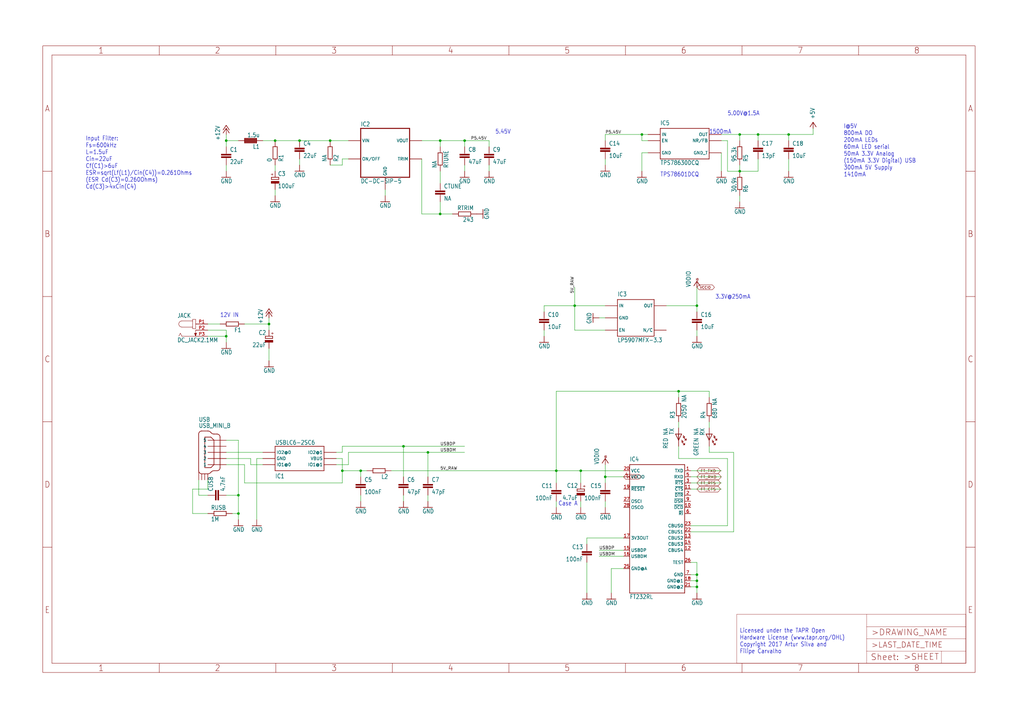
<source format=kicad_sch>
(kicad_sch (version 20211123) (generator eeschema)
  (paper "User" 425.45 299.593)
  (lib_symbols
    (symbol "harp behavior v1.2-eagle-import:+12V" (power)
      (property "Value" "+12V" (at -2.54 -5.08 90))
      (symbol "+12V_1_0"
        (pin power_in line (at 0 -2.54 90) (length 2.54) (name "+12V") (number "1"))
      )
    )
    (symbol "harp behavior v1.2-eagle-import:+5V" (power)
      (property "Value" "+5V" (at -2.54 -5.08 90))
      (symbol "+5V_1_0"
        (pin power_in line (at 0 -2.54 90) (length 2.54) (name "+5V") (number "1"))
      )
    )
    (symbol "harp behavior v1.2-eagle-import:A3L-LOC"
      (symbol "A3L-LOC_0_0"
        (text "1" (at 24.2094 1.905 0) (effects (font (size 2.54 2.286))))
        (text "1" (at 24.2094 258.445 0) (effects (font (size 2.54 2.286))))
        (text "2" (at 72.6281 1.905 0) (effects (font (size 2.54 2.286))))
        (text "2" (at 72.6281 258.445 0) (effects (font (size 2.54 2.286))))
        (text "3" (at 121.0469 1.905 0) (effects (font (size 2.54 2.286))))
        (text "3" (at 121.0469 258.445 0) (effects (font (size 2.54 2.286))))
        (text "4" (at 169.4656 1.905 0) (effects (font (size 2.54 2.286))))
        (text "4" (at 169.4656 258.445 0) (effects (font (size 2.54 2.286))))
        (text "5" (at 217.8844 1.905 0) (effects (font (size 2.54 2.286))))
        (text "5" (at 217.8844 258.445 0) (effects (font (size 2.54 2.286))))
        (text "6" (at 266.3031 1.905 0) (effects (font (size 2.54 2.286))))
        (text "6" (at 266.3031 258.445 0) (effects (font (size 2.54 2.286))))
        (text "7" (at 314.7219 1.905 0) (effects (font (size 2.54 2.286))))
        (text "7" (at 314.7219 258.445 0) (effects (font (size 2.54 2.286))))
        (text "8" (at 363.1406 1.905 0) (effects (font (size 2.54 2.286))))
        (text "8" (at 363.1406 258.445 0) (effects (font (size 2.54 2.286))))
        (text "A" (at 1.905 234.315 0) (effects (font (size 2.54 2.286))))
        (text "A" (at 385.445 234.315 0) (effects (font (size 2.54 2.286))))
        (text "B" (at 1.905 182.245 0) (effects (font (size 2.54 2.286))))
        (text "B" (at 385.445 182.245 0) (effects (font (size 2.54 2.286))))
        (text "C" (at 1.905 130.175 0) (effects (font (size 2.54 2.286))))
        (text "C" (at 385.445 130.175 0) (effects (font (size 2.54 2.286))))
        (text "D" (at 1.905 78.105 0) (effects (font (size 2.54 2.286))))
        (text "D" (at 385.445 78.105 0) (effects (font (size 2.54 2.286))))
        (text "E" (at 1.905 26.035 0) (effects (font (size 2.54 2.286))))
        (text "E" (at 385.445 26.035 0) (effects (font (size 2.54 2.286))))
      )
      (symbol "A3L-LOC_1_0"
        (text ">DRAWING_NAME" (at 344.17 15.24 0) (effects (font (size 2.54 2.54)) (justify left bottom)))
        (text ">LAST_DATE_TIME" (at 344.17 10.16 0) (effects (font (size 2.286 2.286)) (justify left bottom)))
        (text ">SHEET" (at 357.505 5.08 0) (effects (font (size 2.54 2.54)) (justify left bottom)))
        (text "Sheet:" (at 343.916 4.953 0) (effects (font (size 2.54 2.54)) (justify left bottom)))
      )
    )
    (symbol "harp behavior v1.2-eagle-import:C-EUC0402"
      (property "Reference" "C" (at 1.524 0.381 0))
      (property "Value" "C-EUC0402" (at 1.524 -4.699 0))
      (symbol "C-EUC0402_1_0"
        (pin passive line (at 0 2.54 270) (length 2.54) (name "1") (number "1"))
        (pin passive line (at 0 -5.08 90) (length 2.54) (name "2") (number "2"))
      )
    )
    (symbol "harp behavior v1.2-eagle-import:C-EUC0603"
      (property "Reference" "C" (at 1.524 0.381 0))
      (property "Value" "C-EUC0603" (at 1.524 -4.699 0))
      (symbol "C-EUC0603_1_0"
        (pin passive line (at 0 2.54 270) (length 2.54) (name "1") (number "1"))
        (pin passive line (at 0 -5.08 90) (length 2.54) (name "2") (number "2"))
      )
    )
    (symbol "harp behavior v1.2-eagle-import:C-EUC1210"
      (property "Reference" "C" (at 1.524 0.381 0))
      (property "Value" "C-EUC1210" (at 1.524 -4.699 0))
      (symbol "C-EUC1210_1_0"
        (pin passive line (at 0 2.54 270) (length 2.54) (name "1") (number "1"))
        (pin passive line (at 0 -5.08 90) (length 2.54) (name "2") (number "2"))
      )
    )
    (symbol "harp behavior v1.2-eagle-import:CAP_100UFHAND"
      (property "Value" "CAP_100UFHAND" (at 1.143 -4.5974 0))
      (symbol "CAP_100UFHAND_1_0"
        (text "+" (at -0.5842 0.4064 900) (effects (font (size 1.27 1.0795)) (justify left bottom)))
        (pin passive line (at 0 2.54 270) (length 2.54) (name "+") (number "+"))
        (pin passive line (at 0 -5.08 90) (length 2.54) (name "-") (number "-"))
      )
    )
    (symbol "harp behavior v1.2-eagle-import:CPOL-EUA{slash}3216-18W"
      (property "Reference" "C" (at 1.143 0.4826 0))
      (property "Value" "CPOL-EUA{slash}3216-18W" (at 1.143 -4.5974 0))
      (symbol "CPOL-EUA{slash}3216-18W_1_0"
        (text "+" (at -0.5842 0.4064 900) (effects (font (size 1.27 1.0795)) (justify left bottom)))
        (pin passive line (at 0 2.54 270) (length 2.54) (name "+") (number "+"))
        (pin passive line (at 0 -5.08 90) (length 2.54) (name "-") (number "-"))
      )
    )
    (symbol "harp behavior v1.2-eagle-import:CPOL-EUE"
      (property "Reference" "C" (at 1.143 0.4826 0))
      (property "Value" "CPOL-EUE" (at 1.143 -4.5974 0))
      (symbol "CPOL-EUE_1_0"
        (text "+" (at -0.5842 0.4064 900) (effects (font (size 1.27 1.0795)) (justify left bottom)))
        (pin passive line (at 0 2.54 270) (length 2.54) (name "+") (number "+"))
        (pin passive line (at 0 -5.08 90) (length 2.54) (name "-") (number "-"))
      )
    )
    (symbol "harp behavior v1.2-eagle-import:DC-DC-SIP-5"
      (property "Value" "DC-DC-SIP-5" (at -10.16 -12.7 0))
      (symbol "DC-DC-SIP-5_1_0"
        (pin passive line (at -15.24 -2.54 0) (length 5.08) (name "ON/OFF") (number "P1"))
        (pin passive line (at -15.24 5.08 0) (length 5.08) (name "VIN") (number "P2"))
        (pin passive line (at 0 -15.24 90) (length 5.08) (name "GND") (number "P3"))
        (pin passive line (at 15.24 5.08 180) (length 5.08) (name "VOUT") (number "P4"))
        (pin passive line (at 15.24 -2.54 180) (length 5.08) (name "TRIM") (number "P5"))
      )
    )
    (symbol "harp behavior v1.2-eagle-import:DC_JACK2.1MM"
      (property "Value" "DC_JACK2.1MM" (at -5.08 -7.62 0))
      (symbol "DC_JACK2.1MM_1_0"
        (pin passive line (at 7.62 0 180) (length 5.08) (name "1") (number "P1"))
        (pin passive line (at 7.62 -2.54 180) (length 5.08) (name "2") (number "P2"))
        (pin passive line (at 7.62 -5.08 180) (length 5.08) (name "3") (number "P3"))
      )
    )
    (symbol "harp behavior v1.2-eagle-import:FT232RL"
      (property "Reference" "IC" (at -10.16 26.67 0))
      (property "Value" "FT232RL" (at -10.16 -30.48 0))
      (symbol "FT232RL_1_0"
        (pin output line (at 15.24 22.86 180) (length 2.54) (name "TXD") (number "1"))
        (pin input line (at 15.24 7.62 180) (length 2.54) (name "~{DCD}") (number "10"))
        (pin input line (at 15.24 15.24 180) (length 2.54) (name "~{CTS}") (number "11"))
        (pin bidirectional line (at 15.24 -10.16 180) (length 2.54) (name "CBUS4") (number "12"))
        (pin bidirectional line (at 15.24 -5.08 180) (length 2.54) (name "CBUS2") (number "13"))
        (pin bidirectional line (at 15.24 -7.62 180) (length 2.54) (name "CBUS3") (number "14"))
        (pin bidirectional line (at -12.7 -10.16 0) (length 2.54) (name "USBDP") (number "15"))
        (pin bidirectional line (at -12.7 -12.7 0) (length 2.54) (name "USBDM") (number "16"))
        (pin output line (at -12.7 -5.08 0) (length 2.54) (name "3V3OUT") (number "17"))
        (pin power_in line (at 15.24 -22.86 180) (length 2.54) (name "GND@1") (number "18"))
        (pin input line (at -12.7 15.24 0) (length 2.54) (name "~{RESET}") (number "19"))
        (pin output line (at 15.24 12.7 180) (length 2.54) (name "~{DTR}") (number "2"))
        (pin power_in line (at -12.7 22.86 0) (length 2.54) (name "VCC") (number "20"))
        (pin power_in line (at 15.24 -25.4 180) (length 2.54) (name "GND@2") (number "21"))
        (pin bidirectional line (at 15.24 -2.54 180) (length 2.54) (name "CBUS1") (number "22"))
        (pin bidirectional line (at 15.24 0 180) (length 2.54) (name "CBUS0") (number "23"))
        (pin power_in line (at -12.7 -17.78 0) (length 2.54) (name "GND@A") (number "25"))
        (pin input line (at 15.24 -15.24 180) (length 2.54) (name "TEST") (number "26"))
        (pin input line (at -12.7 10.16 0) (length 2.54) (name "OSCI") (number "27"))
        (pin output line (at -12.7 7.62 0) (length 2.54) (name "OSCO") (number "28"))
        (pin output line (at 15.24 17.78 180) (length 2.54) (name "~{RTS}") (number "3"))
        (pin power_in line (at -12.7 20.32 0) (length 2.54) (name "VCCIO") (number "4"))
        (pin input line (at 15.24 20.32 180) (length 2.54) (name "RXD") (number "5"))
        (pin input line (at 15.24 5.08 180) (length 2.54) (name "~{RI}") (number "6"))
        (pin power_in line (at 15.24 -20.32 180) (length 2.54) (name "GND") (number "7"))
        (pin input line (at 15.24 10.16 180) (length 2.54) (name "~{DSR}") (number "9"))
      )
    )
    (symbol "harp behavior v1.2-eagle-import:GND" (power)
      (property "Value" "GND" (at -2.54 -2.54 0))
      (symbol "GND_1_0"
        (pin power_in line (at 0 2.54 270) (length 2.54) (name "GND") (number "1"))
      )
    )
    (symbol "harp behavior v1.2-eagle-import:INDLPS4012"
      (property "Reference" "L" (at -1.4986 -3.81 90))
      (property "Value" "INDLPS4012" (at 3.302 -3.81 90))
      (symbol "INDLPS4012_1_0"
        (pin passive line (at 0 5.08 270) (length 2.54) (name "1") (number "1"))
        (pin passive line (at 0 -5.08 90) (length 2.54) (name "2") (number "2"))
      )
    )
    (symbol "harp behavior v1.2-eagle-import:LEDHAND"
      (property "Value" "LEDHAND" (at -2.54 -6.35 0))
      (symbol "LEDHAND_1_0"
        (pin bidirectional line (at -2.54 0 0) (length 5.08) (name "A") (number "A"))
        (pin bidirectional line (at 5.08 0 180) (length 5.08) (name "K") (number "K"))
      )
    )
    (symbol "harp behavior v1.2-eagle-import:R-EU_R0402"
      (property "Reference" "R" (at -3.81 1.4986 0))
      (property "Value" "R-EU_R0402" (at -3.81 -3.302 0))
      (symbol "R-EU_R0402_1_0"
        (pin passive line (at -5.08 0 0) (length 2.54) (name "1") (number "1"))
        (pin passive line (at 5.08 0 180) (length 2.54) (name "2") (number "2"))
      )
    )
    (symbol "harp behavior v1.2-eagle-import:R-EU_R0603"
      (property "Reference" "R" (at -3.81 1.4986 0))
      (property "Value" "R-EU_R0603" (at -3.81 -3.302 0))
      (symbol "R-EU_R0603_1_0"
        (pin passive line (at -5.08 0 0) (length 2.54) (name "1") (number "1"))
        (pin passive line (at 5.08 0 180) (length 2.54) (name "2") (number "2"))
      )
    )
    (symbol "harp behavior v1.2-eagle-import:R-EU_R0805"
      (property "Reference" "R" (at -3.81 1.4986 0))
      (property "Value" "R-EU_R0805" (at -3.81 -3.302 0))
      (symbol "R-EU_R0805_1_0"
        (pin passive line (at -5.08 0 0) (length 2.54) (name "1") (number "1"))
        (pin passive line (at 5.08 0 180) (length 2.54) (name "2") (number "2"))
      )
    )
    (symbol "harp behavior v1.2-eagle-import:TLV700XX"
      (property "Value" "TLV700XX" (at -7.62 -10.16 0))
      (symbol "TLV700XX_1_0"
        (pin bidirectional line (at -12.7 5.08 0) (length 5.08) (name "IN") (number "1"))
        (pin bidirectional line (at -12.7 0 0) (length 5.08) (name "GND") (number "2"))
        (pin bidirectional line (at -12.7 -5.08 0) (length 5.08) (name "EN") (number "3"))
        (pin bidirectional line (at 12.7 -5.08 180) (length 5.08) (name "N/C") (number "4"))
        (pin bidirectional line (at 12.7 5.08 180) (length 5.08) (name "OUT") (number "5"))
      )
    )
    (symbol "harp behavior v1.2-eagle-import:TPS795XX"
      (property "Value" "TPS795XX" (at -10.16 -10.16 0))
      (symbol "TPS795XX_1_0"
        (pin bidirectional line (at -15.24 0 0) (length 5.08) (name "EN") (number "P$1"))
        (pin bidirectional line (at -15.24 2.54 0) (length 5.08) (name "IN") (number "P$2"))
        (pin bidirectional line (at -15.24 -5.08 0) (length 5.08) (name "GND") (number "P$3"))
        (pin bidirectional line (at 15.24 2.54 180) (length 5.08) (name "OUT") (number "P$4"))
        (pin bidirectional line (at 15.24 0 180) (length 5.08) (name "NR/FB") (number "P$5"))
        (pin bidirectional line (at 15.24 -5.08 180) (length 5.08) (name "GND_T") (number "P$6"))
      )
    )
    (symbol "harp behavior v1.2-eagle-import:USBLC6-2"
      (property "Value" "USBLC6-2" (at -10.16 -5.08 0))
      (symbol "USBLC6-2_1_0"
        (pin bidirectional line (at -15.24 5.08 0) (length 5.08) (name "IO1@0") (number "P$1"))
        (pin bidirectional line (at -15.24 2.54 0) (length 5.08) (name "GND") (number "P$2"))
        (pin bidirectional line (at -15.24 0 0) (length 5.08) (name "IO2@0") (number "P$3"))
        (pin bidirectional line (at 15.24 0 180) (length 5.08) (name "IO2@1") (number "P$4"))
        (pin bidirectional line (at 15.24 2.54 180) (length 5.08) (name "VBUS") (number "P$5"))
        (pin bidirectional line (at 15.24 5.08 180) (length 5.08) (name "IO1@1") (number "P$6"))
      )
    )
    (symbol "harp behavior v1.2-eagle-import:USB_MINI_B"
      (property "Value" "USB_MINI_B" (at -3.81 10.16 0))
      (symbol "USB_MINI_B_1_0"
        (pin bidirectional line (at 7.62 -5.08 180) (length 7.62) (name "1") (number "P$1"))
        (pin bidirectional line (at 7.62 -2.54 180) (length 7.62) (name "2") (number "P$2"))
        (pin bidirectional line (at 7.62 0 180) (length 7.62) (name "3") (number "P$3"))
        (pin bidirectional line (at 7.62 2.54 180) (length 7.62) (name "4") (number "P$4"))
        (pin bidirectional line (at 7.62 5.08 180) (length 7.62) (name "5") (number "P$5"))
        (pin bidirectional line (at 0 -11.43 90) (length 2.54) (name "P$1") (number "SHIELD_1"))
        (pin bidirectional line (at -1.27 -11.43 90) (length 2.54) (name "P$2") (number "SHIELD_2"))
        (pin bidirectional line (at -2.54 -11.43 90) (length 2.54) (name "P$3") (number "SHIELD_3"))
        (pin bidirectional line (at -3.81 -11.43 90) (length 5.08) (name "P$4") (number "SHIELD_4"))
      )
    )
    (symbol "harp behavior v1.2-eagle-import:VCCIO" (power)
      (property "Value" "VCCIO" (at -2.54 -2.54 90))
      (symbol "VCCIO_1_0"
        (text "IO" (at -0.508 0.254 0) (effects (font (size 0.8128 0.6908)) (justify left bottom)))
        (pin power_in line (at 0 -2.54 90) (length 2.54) (name "VCCIO") (number "1"))
      )
    )
  )
  (junction (at 289.56 241.3))
  (junction (at 251.46 198.12))
  (junction (at 111.76 134.62))
  (junction (at 289.56 238.76))
  (junction (at 167.64 185.42))
  (junction (at 142.24 195.58))
  (junction (at 124.46 58.42))
  (junction (at 289.56 243.84))
  (junction (at 99.06 205.74))
  (junction (at 193.04 58.42))
  (junction (at 307.34 71.12))
  (junction (at 149.86 195.58))
  (junction (at 182.88 58.42))
  (junction (at 137.16 58.42))
  (junction (at 238.76 127))
  (junction (at 93.98 58.42))
  (junction (at 266.7 55.88))
  (junction (at 327.66 55.88))
  (junction (at 114.3 58.42))
  (junction (at 307.34 55.88))
  (junction (at 281.94 162.56))
  (junction (at 93.98 139.7))
  (junction (at 99.06 213.36))
  (junction (at 177.8 187.96))
  (junction (at 241.3 195.58))
  (junction (at 182.88 88.9))
  (junction (at 314.96 55.88))
  (junction (at 289.56 127))
  (junction (at 231.14 195.58))
  (wire (pts (xy 149.86 198.12) (xy 149.86 195.58)))
  (wire (pts (xy 104.14 190.5) (xy 104.14 193.04)))
  (wire (pts (xy 287.02 233.68) (xy 289.56 233.68)))
  (wire (pts (xy 299.72 63.5) (xy 299.72 71.12)))
  (wire (pts (xy 139.7 190.5) (xy 142.24 190.5)))
  (wire (pts (xy 307.34 55.88) (xy 314.96 55.88)))
  (wire (pts (xy 259.08 198.12) (xy 251.46 198.12)))
  (wire (pts (xy 175.26 88.9) (xy 175.26 66.04)))
  (wire (pts (xy 287.02 241.3) (xy 289.56 241.3)))
  (wire (pts (xy 269.24 55.88) (xy 266.7 55.88)))
  (wire (pts (xy 106.68 190.5) (xy 106.68 215.9)))
  (wire (pts (xy 307.34 68.58) (xy 307.34 71.12)))
  (wire (pts (xy 294.64 185.42) (xy 294.64 187.96)))
  (wire (pts (xy 314.96 58.42) (xy 314.96 55.88)))
  (wire (pts (xy 266.7 58.42) (xy 266.7 55.88)))
  (wire (pts (xy 114.3 71.12) (xy 114.3 68.58)))
  (wire (pts (xy 93.98 205.74) (xy 99.06 205.74)))
  (wire (pts (xy 96.52 213.36) (xy 99.06 213.36)))
  (wire (pts (xy 86.36 213.36) (xy 80.01 213.36)))
  (wire (pts (xy 337.82 55.88) (xy 337.82 53.34)))
  (wire (pts (xy 307.34 58.42) (xy 307.34 55.88)))
  (wire (pts (xy 93.98 137.16) (xy 93.98 139.7)))
  (wire (pts (xy 259.08 195.58) (xy 241.3 195.58)))
  (wire (pts (xy 287.02 200.66) (xy 299.72 200.66)))
  (wire (pts (xy 93.98 139.7) (xy 86.36 139.7)))
  (wire (pts (xy 251.46 137.16) (xy 238.76 137.16)))
  (wire (pts (xy 93.98 190.5) (xy 104.14 190.5)))
  (wire (pts (xy 289.56 238.76) (xy 289.56 241.3)))
  (wire (pts (xy 182.88 76.2) (xy 182.88 71.12)))
  (wire (pts (xy 177.8 187.96) (xy 193.04 187.96)))
  (wire (pts (xy 289.56 243.84) (xy 289.56 246.38)))
  (wire (pts (xy 287.02 243.84) (xy 289.56 243.84)))
  (wire (pts (xy 193.04 68.58) (xy 193.04 71.12)))
  (wire (pts (xy 144.78 187.96) (xy 144.78 193.04)))
  (wire (pts (xy 287.02 195.58) (xy 299.72 195.58)))
  (wire (pts (xy 266.7 63.5) (xy 266.7 71.12)))
  (wire (pts (xy 251.46 66.04) (xy 251.46 68.58)))
  (wire (pts (xy 304.8 220.98) (xy 287.02 220.98)))
  (wire (pts (xy 294.64 162.56) (xy 294.64 165.1)))
  (wire (pts (xy 82.55 205.74) (xy 82.55 199.39)))
  (wire (pts (xy 137.16 58.42) (xy 124.46 58.42)))
  (wire (pts (xy 302.26 218.44) (xy 287.02 218.44)))
  (wire (pts (xy 299.72 55.88) (xy 307.34 55.88)))
  (wire (pts (xy 149.86 205.74) (xy 149.86 208.28)))
  (wire (pts (xy 266.7 63.5) (xy 269.24 63.5)))
  (wire (pts (xy 203.2 60.96) (xy 203.2 58.42)))
  (wire (pts (xy 86.36 137.16) (xy 93.98 137.16)))
  (wire (pts (xy 238.76 137.16) (xy 238.76 127)))
  (wire (pts (xy 109.22 187.96) (xy 93.98 187.96)))
  (wire (pts (xy 142.24 195.58) (xy 149.86 195.58)))
  (wire (pts (xy 177.8 187.96) (xy 177.8 198.12)))
  (wire (pts (xy 182.88 60.96) (xy 182.88 58.42)))
  (wire (pts (xy 142.24 68.58) (xy 137.16 68.58)))
  (wire (pts (xy 259.08 236.22) (xy 254 236.22)))
  (wire (pts (xy 241.3 195.58) (xy 231.14 195.58)))
  (wire (pts (xy 302.26 190.5) (xy 302.26 218.44)))
  (wire (pts (xy 243.84 223.52) (xy 243.84 226.06)))
  (wire (pts (xy 259.08 231.14) (xy 248.92 231.14)))
  (wire (pts (xy 243.84 233.68) (xy 243.84 246.38)))
  (wire (pts (xy 289.56 119.38) (xy 289.56 127)))
  (wire (pts (xy 93.98 68.58) (xy 93.98 71.12)))
  (wire (pts (xy 142.24 200.66) (xy 142.24 195.58)))
  (wire (pts (xy 289.56 241.3) (xy 289.56 243.84)))
  (wire (pts (xy 93.98 60.96) (xy 93.98 58.42)))
  (wire (pts (xy 226.06 127) (xy 238.76 127)))
  (wire (pts (xy 99.06 213.36) (xy 99.06 215.9)))
  (wire (pts (xy 86.36 134.62) (xy 91.44 134.62)))
  (wire (pts (xy 111.76 144.78) (xy 111.76 149.86)))
  (wire (pts (xy 187.96 88.9) (xy 182.88 88.9)))
  (wire (pts (xy 167.64 185.42) (xy 167.64 198.12)))
  (wire (pts (xy 124.46 58.42) (xy 114.3 58.42)))
  (wire (pts (xy 144.78 66.04) (xy 142.24 66.04)))
  (wire (pts (xy 259.08 223.52) (xy 243.84 223.52)))
  (wire (pts (xy 193.04 58.42) (xy 203.2 58.42)))
  (wire (pts (xy 231.14 200.66) (xy 231.14 195.58)))
  (wire (pts (xy 259.08 228.6) (xy 248.92 228.6)))
  (wire (pts (xy 304.8 187.96) (xy 304.8 220.98)))
  (wire (pts (xy 93.98 58.42) (xy 93.98 55.88)))
  (wire (pts (xy 287.02 198.12) (xy 299.72 198.12)))
  (wire (pts (xy 142.24 66.04) (xy 142.24 68.58)))
  (wire (pts (xy 226.06 129.54) (xy 226.06 127)))
  (wire (pts (xy 177.8 205.74) (xy 177.8 208.28)))
  (wire (pts (xy 231.14 208.28) (xy 231.14 210.82)))
  (wire (pts (xy 80.01 203.2) (xy 86.36 203.2)))
  (wire (pts (xy 251.46 132.08) (xy 248.92 132.08)))
  (wire (pts (xy 203.2 68.58) (xy 203.2 71.12)))
  (wire (pts (xy 139.7 187.96) (xy 142.24 187.96)))
  (wire (pts (xy 111.76 134.62) (xy 111.76 132.08)))
  (wire (pts (xy 314.96 55.88) (xy 327.66 55.88)))
  (wire (pts (xy 142.24 185.42) (xy 167.64 185.42)))
  (wire (pts (xy 149.86 195.58) (xy 152.4 195.58)))
  (wire (pts (xy 307.34 71.12) (xy 314.96 71.12)))
  (wire (pts (xy 281.94 185.42) (xy 281.94 190.5)))
  (wire (pts (xy 251.46 210.82) (xy 251.46 208.28)))
  (wire (pts (xy 93.98 193.04) (xy 101.6 193.04)))
  (wire (pts (xy 238.76 119.38) (xy 238.76 127)))
  (wire (pts (xy 281.94 165.1) (xy 281.94 162.56)))
  (wire (pts (xy 93.98 182.88) (xy 99.06 182.88)))
  (wire (pts (xy 269.24 58.42) (xy 266.7 58.42)))
  (wire (pts (xy 86.36 203.2) (xy 86.36 199.39)))
  (wire (pts (xy 226.06 137.16) (xy 226.06 139.7)))
  (wire (pts (xy 93.98 139.7) (xy 93.98 142.24)))
  (wire (pts (xy 287.02 238.76) (xy 289.56 238.76)))
  (wire (pts (xy 251.46 198.12) (xy 251.46 193.04)))
  (wire (pts (xy 182.88 58.42) (xy 193.04 58.42)))
  (wire (pts (xy 144.78 58.42) (xy 137.16 58.42)))
  (wire (pts (xy 111.76 137.16) (xy 111.76 134.62)))
  (wire (pts (xy 231.14 195.58) (xy 231.14 162.56)))
  (wire (pts (xy 289.56 137.16) (xy 289.56 139.7)))
  (wire (pts (xy 281.94 162.56) (xy 294.64 162.56)))
  (wire (pts (xy 251.46 200.66) (xy 251.46 198.12)))
  (wire (pts (xy 281.94 190.5) (xy 302.26 190.5)))
  (wire (pts (xy 307.34 81.28) (xy 307.34 83.82)))
  (wire (pts (xy 231.14 162.56) (xy 281.94 162.56)))
  (wire (pts (xy 160.02 78.74) (xy 160.02 81.28)))
  (wire (pts (xy 114.3 58.42) (xy 109.22 58.42)))
  (wire (pts (xy 167.64 205.74) (xy 167.64 208.28)))
  (wire (pts (xy 144.78 187.96) (xy 177.8 187.96)))
  (wire (pts (xy 327.66 55.88) (xy 337.82 55.88)))
  (wire (pts (xy 193.04 58.42) (xy 193.04 60.96)))
  (wire (pts (xy 124.46 68.58) (xy 124.46 66.04)))
  (wire (pts (xy 175.26 58.42) (xy 182.88 58.42)))
  (wire (pts (xy 99.06 205.74) (xy 99.06 213.36)))
  (wire (pts (xy 101.6 200.66) (xy 142.24 200.66)))
  (wire (pts (xy 251.46 58.42) (xy 251.46 55.88)))
  (wire (pts (xy 302.26 71.12) (xy 307.34 71.12)))
  (wire (pts (xy 104.14 193.04) (xy 109.22 193.04)))
  (wire (pts (xy 142.24 190.5) (xy 142.24 195.58)))
  (wire (pts (xy 276.86 127) (xy 289.56 127)))
  (wire (pts (xy 254 236.22) (xy 254 246.38)))
  (wire (pts (xy 86.36 205.74) (xy 82.55 205.74)))
  (wire (pts (xy 142.24 187.96) (xy 142.24 185.42)))
  (wire (pts (xy 241.3 200.66) (xy 241.3 195.58)))
  (wire (pts (xy 167.64 185.42) (xy 193.04 185.42)))
  (wire (pts (xy 182.88 83.82) (xy 182.88 88.9)))
  (wire (pts (xy 289.56 233.68) (xy 289.56 238.76)))
  (wire (pts (xy 241.3 208.28) (xy 241.3 210.82)))
  (wire (pts (xy 294.64 187.96) (xy 304.8 187.96)))
  (wire (pts (xy 314.96 71.12) (xy 314.96 66.04)))
  (wire (pts (xy 162.56 195.58) (xy 231.14 195.58)))
  (wire (pts (xy 299.72 58.42) (xy 302.26 58.42)))
  (wire (pts (xy 101.6 134.62) (xy 111.76 134.62)))
  (wire (pts (xy 302.26 58.42) (xy 302.26 71.12)))
  (wire (pts (xy 99.06 182.88) (xy 99.06 205.74)))
  (wire (pts (xy 327.66 66.04) (xy 327.66 71.12)))
  (wire (pts (xy 109.22 190.5) (xy 106.68 190.5)))
  (wire (pts (xy 327.66 55.88) (xy 327.66 58.42)))
  (wire (pts (xy 139.7 193.04) (xy 144.78 193.04)))
  (wire (pts (xy 266.7 55.88) (xy 251.46 55.88)))
  (wire (pts (xy 80.01 213.36) (xy 80.01 203.2)))
  (wire (pts (xy 175.26 88.9) (xy 182.88 88.9)))
  (wire (pts (xy 114.3 81.28) (xy 114.3 78.74)))
  (wire (pts (xy 289.56 127) (xy 289.56 129.54)))
  (wire (pts (xy 101.6 193.04) (xy 101.6 200.66)))
  (wire (pts (xy 281.94 175.26) (xy 281.94 177.8)))
  (wire (pts (xy 93.98 58.42) (xy 99.06 58.42)))
  (wire (pts (xy 251.46 127) (xy 238.76 127)))
  (wire (pts (xy 287.02 203.2) (xy 299.72 203.2)))
  (wire (pts (xy 294.64 175.26) (xy 294.64 177.8)))
  (text "Case A" (at 240.03 208.28 180) (effects (font (size 1.778 1.5113)) (justify right top)))
  (text "TPS78601DCQ" (at 274.32 73.66 180) (effects (font (size 1.778 1.5113)) (justify left bottom)))
  (text "I@5V\n800mA DO\n200mA LEDs\n60mA LED serial\n50mA 3.3V Analog\n(150mA 3.3V Digital) USB\n300mA 5V Supply\n1410mA" (at 350.52 73.66 0) (effects (font (size 1.778 1.5113)) (justify left bottom)))
  (text "5.45V" (at 205.74 55.88 180) (effects (font (size 1.778 1.5113)) (justify left bottom)))
  (text "3.3V@250mA" (at 297.18 124.46 180) (effects (font (size 1.778 1.5113)) (justify left bottom)))
  (text "Input Filter:\nFs=600kHz\nL=1.5uF\nCin=22uF\nCf(C1)>6uF\nESR=sqrt(Lf(L1)/Cin(C4))=0.261Ohms\n(ESR Cd(C3)=0.260Ohms)\nCd(C3)>4xCin(C4)" (at 35.56 78.74 0) (effects (font (size 1.778 1.5113)) (justify left bottom)))
  (text "12V IN" (at 91.44 132.08 180) (effects (font (size 1.778 1.5113)) (justify left bottom)))
  (text "1500mA" (at 294.64 55.88 180) (effects (font (size 1.778 1.5113)) (justify left bottom)))
  (text "Licensed under the TAPR Open\nHardware License (www.tapr.org/OHL)\nCopyright 2017 Artur Silva and\nFilipe Carvalho" (at 307.34 271.78 0) (effects (font (size 1.778 1.5113)) (justify left bottom)))
  (text "5.00V@1.5A" (at 302.26 48.26 180) (effects (font (size 1.778 1.5113)) (justify left bottom)))
  (label "USBDM" (at 182.88 187.96 0) (effects (font (size 1.2446 1.2446))))
  (label "P5.45V" (at 251.46 55.88 0) (effects (font (size 1.2446 1.2446))))
  (label "5V_RAW" (at 182.88 195.58 0) (effects (font (size 1.2446 1.2446))))
  (label "P5.45V" (at 195.58 58.42 0) (effects (font (size 1.2446 1.2446))))
  (label "USBDM" (at 248.92 231.14 0) (effects (font (size 1.2446 1.2446))))
  (label "5V_RAW" (at 238.76 121.92 90) (effects (font (size 1.2446 1.2446))))
  (label "USBDP" (at 182.88 185.42 0) (effects (font (size 1.2446 1.2446))))
  (label "USBDP" (at 248.92 228.6 0) (effects (font (size 1.2446 1.2446))))
  (global_label "FT_CTS" (shape bidirectional) (at 289.56 203.2 0) (effects (font (size 1.2446 1.2446))) (property "Intersheet References" "${INTERSHEET_REFS}" (effects hide)))
  (global_label "FT_RTS" (shape bidirectional) (at 289.56 200.66 0) (effects (font (size 1.2446 1.2446))) (property "Intersheet References" "${INTERSHEET_REFS}" (effects hide)))
  (global_label "VCCIO" (shape bidirectional) (at 289.56 119.38 0) (effects (font (size 1.016 1.016))) (property "Intersheet References" "${INTERSHEET_REFS}" (effects hide)))
  (global_label "FT_RXD" (shape bidirectional) (at 289.56 198.12 0) (effects (font (size 1.2446 1.2446))) (property "Intersheet References" "${INTERSHEET_REFS}" (effects hide)))
  (global_label "FT_TXD" (shape bidirectional) (at 289.56 195.58 0) (effects (font (size 1.2446 1.2446))) (property "Intersheet References" "${INTERSHEET_REFS}" (effects hide)))
  (global_label "VCCIO" (shape bidirectional) (at 259.08 198.12 0) (effects (font (size 1.016 1.016))) (property "Intersheet References" "${INTERSHEET_REFS}" (effects hide)))
  (symbol (lib_id "harp behavior v1.2-eagle-import:GND") (at 193.04 73.66 0) (mirror y)
    (property "Reference" "#GND49" (effects hide))
    (property "Value" "GND" (at 195.58 76.2 0) (effects (font (size 1.778 1.5113)) (justify left bottom)))
    (property "Footprint" "harp behavior v1.2:" (effects hide))
  )
  (symbol (lib_id "harp behavior v1.2-eagle-import:C-EUC0402") (at 182.88 78.74 0)
    (property "Reference" "CTUNE" (at 184.404 78.359 0) (effects (font (size 1.778 1.5113)) (justify left bottom)))
    (property "Value" "NA" (at 184.404 83.439 0) (effects (font (size 1.778 1.5113)) (justify left bottom)))
    (property "Footprint" "harp behavior v1.2:C0402" (effects hide))
  )
  (symbol (lib_id "harp behavior v1.2-eagle-import:R-EU_R0603") (at 96.52 134.62 180)
    (property "Reference" "F1" (at 100.33 136.1186 0) (effects (font (size 1.778 1.5113)) (justify left bottom)))
    (property "Value" "1A FB" (effects hide))
    (property "Footprint" "harp behavior v1.2:R0603" (effects hide))
  )
  (symbol (lib_id "harp behavior v1.2-eagle-import:C-EUC1210") (at 124.46 60.96 0)
    (property "Reference" "C4" (at 125.984 60.579 0) (effects (font (size 1.778 1.5113)) (justify left bottom)))
    (property "Value" "22uF" (at 125.984 65.659 0) (effects (font (size 1.778 1.5113)) (justify left bottom)))
    (property "Footprint" "harp behavior v1.2:C1210" (effects hide))
  )
  (symbol (lib_id "harp behavior v1.2-eagle-import:VCCIO") (at 251.46 190.5 0)
    (property "Reference" "#VCC12" (effects hide))
    (property "Value" "VDDIO" (at 248.92 193.04 90) (effects (font (size 1.778 1.5113)) (justify left bottom)))
    (property "Footprint" "harp behavior v1.2:" (effects hide))
  )
  (symbol (lib_id "harp behavior v1.2-eagle-import:C-EUC0402") (at 314.96 60.96 0)
    (property "Reference" "C17" (at 316.484 60.579 0) (effects (font (size 1.778 1.5113)) (justify left bottom)))
    (property "Value" "13pF" (at 316.484 65.659 0) (effects (font (size 1.778 1.5113)) (justify left bottom)))
    (property "Footprint" "harp behavior v1.2:C0402" (effects hide))
  )
  (symbol (lib_id "harp behavior v1.2-eagle-import:C-EUC0603") (at 327.66 60.96 0)
    (property "Reference" "C18" (at 329.184 60.579 0) (effects (font (size 1.778 1.5113)) (justify left bottom)))
    (property "Value" "10uF" (at 329.184 65.659 0) (effects (font (size 1.778 1.5113)) (justify left bottom)))
    (property "Footprint" "harp behavior v1.2:C0603" (effects hide))
  )
  (symbol (lib_id "harp behavior v1.2-eagle-import:GND") (at 106.68 218.44 0) (mirror y)
    (property "Reference" "#GND37" (effects hide))
    (property "Value" "GND" (at 109.22 220.98 0) (effects (font (size 1.778 1.5113)) (justify left bottom)))
    (property "Footprint" "harp behavior v1.2:" (effects hide))
  )
  (symbol (lib_id "harp behavior v1.2-eagle-import:GND") (at 124.46 71.12 0) (mirror y)
    (property "Reference" "#GND70" (effects hide))
    (property "Value" "GND" (at 127 73.66 0) (effects (font (size 1.778 1.5113)) (justify left bottom)))
    (property "Footprint" "harp behavior v1.2:" (effects hide))
  )
  (symbol (lib_id "harp behavior v1.2-eagle-import:GND") (at 251.46 71.12 0) (mirror y)
    (property "Reference" "#GND92" (effects hide))
    (property "Value" "GND" (at 254 73.66 0) (effects (font (size 1.778 1.5113)) (justify left bottom)))
    (property "Footprint" "harp behavior v1.2:" (effects hide))
  )
  (symbol (lib_id "harp behavior v1.2-eagle-import:R-EU_R0402") (at 114.3 63.5 270) (mirror x)
    (property "Reference" "R1" (at 115.7986 67.31 0) (effects (font (size 1.778 1.5113)) (justify left bottom)))
    (property "Value" "0" (at 110.998 67.31 0) (effects (font (size 1.778 1.5113)) (justify left bottom)))
    (property "Footprint" "harp behavior v1.2:R0402" (effects hide))
  )
  (symbol (lib_id "harp behavior v1.2-eagle-import:C-EUC0402") (at 149.86 200.66 0)
    (property "Reference" "C5" (at 151.384 200.279 0) (effects (font (size 1.778 1.5113)) (justify left bottom)))
    (property "Value" "100nF" (at 151.384 205.359 0) (effects (font (size 1.778 1.5113)) (justify left bottom)))
    (property "Footprint" "harp behavior v1.2:C0402" (effects hide))
  )
  (symbol (lib_id "harp behavior v1.2-eagle-import:USB_MINI_B") (at 86.36 187.96 0)
    (property "Reference" "USB" (at 82.55 175.26 0) (effects (font (size 1.778 1.5113)) (justify left bottom)))
    (property "Value" "USB_MINI_B" (at 82.55 177.8 0) (effects (font (size 1.778 1.5113)) (justify left bottom)))
    (property "Footprint" "harp behavior v1.2:240-0002-1" (effects hide))
  )
  (symbol (lib_id "harp behavior v1.2-eagle-import:GND") (at 177.8 210.82 0) (mirror y)
    (property "Reference" "#GND40" (effects hide))
    (property "Value" "GND" (at 180.34 213.36 0) (effects (font (size 1.778 1.5113)) (justify left bottom)))
    (property "Footprint" "harp behavior v1.2:" (effects hide))
  )
  (symbol (lib_id "harp behavior v1.2-eagle-import:GND") (at 99.06 218.44 0) (mirror y)
    (property "Reference" "#GND36" (effects hide))
    (property "Value" "GND" (at 101.6 220.98 0) (effects (font (size 1.778 1.5113)) (justify left bottom)))
    (property "Footprint" "harp behavior v1.2:" (effects hide))
  )
  (symbol (lib_id "harp behavior v1.2-eagle-import:LEDHAND") (at 281.94 180.34 270)
    (property "Reference" "TX" (at 278.13 177.8 0) (effects (font (size 1.778 1.5113)) (justify left bottom)))
    (property "Value" "RED NA" (at 275.59 177.8 0) (effects (font (size 1.778 1.5113)) (justify left bottom)))
    (property "Footprint" "harp behavior v1.2:LED_HAND" (effects hide))
  )
  (symbol (lib_id "harp behavior v1.2-eagle-import:CAP_100UFHAND") (at 111.76 139.7 0) (mirror y)
    (property "Reference" "C2" (at 110.617 139.2174 0) (effects (font (size 1.778 1.5113)) (justify left bottom)))
    (property "Value" "22uF" (at 110.617 144.2974 0) (effects (font (size 1.778 1.5113)) (justify left bottom)))
    (property "Footprint" "harp behavior v1.2:CAP_100UF_HAND" (effects hide))
  )
  (symbol (lib_id "harp behavior v1.2-eagle-import:INDLPS4012") (at 104.14 58.42 90)
    (property "Reference" "L1" (at 107.95 59.9186 90) (effects (font (size 1.778 1.5113)) (justify left bottom)))
    (property "Value" "1.5u" (at 107.95 55.118 90) (effects (font (size 1.778 1.5113)) (justify left bottom)))
    (property "Footprint" "harp behavior v1.2:IND_LPS4012" (effects hide))
  )
  (symbol (lib_id "harp behavior v1.2-eagle-import:R-EU_R0402") (at 137.16 63.5 270) (mirror x)
    (property "Reference" "R2" (at 138.6586 67.31 0) (effects (font (size 1.778 1.5113)) (justify left bottom)))
    (property "Value" "NA" (at 133.858 67.31 0) (effects (font (size 1.778 1.5113)) (justify left bottom)))
    (property "Footprint" "harp behavior v1.2:R0402" (effects hide))
  )
  (symbol (lib_id "harp behavior v1.2-eagle-import:C-EUC1210") (at 93.98 63.5 0)
    (property "Reference" "C1" (at 95.504 63.119 0) (effects (font (size 1.778 1.5113)) (justify left bottom)))
    (property "Value" "22uF" (at 95.504 68.199 0) (effects (font (size 1.778 1.5113)) (justify left bottom)))
    (property "Footprint" "harp behavior v1.2:C1210" (effects hide))
  )
  (symbol (lib_id "harp behavior v1.2-eagle-import:DC-DC-SIP-5") (at 160.02 63.5 0)
    (property "Reference" "IC2" (at 149.86 52.578 0) (effects (font (size 1.778 1.5113)) (justify left bottom)))
    (property "Value" "DC-DC-SIP-5" (at 149.86 76.2 0) (effects (font (size 1.778 1.5113)) (justify left bottom)))
    (property "Footprint" "harp behavior v1.2:SIP-5" (effects hide))
  )
  (symbol (lib_id "harp behavior v1.2-eagle-import:GND") (at 111.76 152.4 0) (mirror y)
    (property "Reference" "#GND71" (effects hide))
    (property "Value" "GND" (at 114.3 154.94 0) (effects (font (size 1.778 1.5113)) (justify left bottom)))
    (property "Footprint" "harp behavior v1.2:" (effects hide))
  )
  (symbol (lib_id "harp behavior v1.2-eagle-import:R-EU_R0402") (at 294.64 170.18 90)
    (property "Reference" "R4" (at 293.1414 173.99 0) (effects (font (size 1.778 1.5113)) (justify left bottom)))
    (property "Value" "680 NA" (at 297.942 173.99 0) (effects (font (size 1.778 1.5113)) (justify left bottom)))
    (property "Footprint" "harp behavior v1.2:R0402" (effects hide))
  )
  (symbol (lib_id "harp behavior v1.2-eagle-import:C-EUC0603") (at 289.56 132.08 0)
    (property "Reference" "C16" (at 291.084 131.699 0) (effects (font (size 1.778 1.5113)) (justify left bottom)))
    (property "Value" "10uF" (at 291.084 136.779 0) (effects (font (size 1.778 1.5113)) (justify left bottom)))
    (property "Footprint" "harp behavior v1.2:C0603" (effects hide))
  )
  (symbol (lib_id "harp behavior v1.2-eagle-import:GND") (at 114.3 83.82 0) (mirror y)
    (property "Reference" "#GND77" (effects hide))
    (property "Value" "GND" (at 116.84 86.36 0) (effects (font (size 1.778 1.5113)) (justify left bottom)))
    (property "Footprint" "harp behavior v1.2:" (effects hide))
  )
  (symbol (lib_id "harp behavior v1.2-eagle-import:+12V") (at 111.76 129.54 0)
    (property "Reference" "#P+30" (effects hide))
    (property "Value" "+12V" (at 109.22 134.62 90) (effects (font (size 1.778 1.5113)) (justify left bottom)))
    (property "Footprint" "harp behavior v1.2:" (effects hide))
  )
  (symbol (lib_id "harp behavior v1.2-eagle-import:GND") (at 289.56 142.24 0) (mirror y)
    (property "Reference" "#GND46" (effects hide))
    (property "Value" "GND" (at 292.1 144.78 0) (effects (font (size 1.778 1.5113)) (justify left bottom)))
    (property "Footprint" "harp behavior v1.2:" (effects hide))
  )
  (symbol (lib_id "harp behavior v1.2-eagle-import:GND") (at 160.02 83.82 0) (mirror y)
    (property "Reference" "#GND48" (effects hide))
    (property "Value" "GND" (at 162.56 86.36 0) (effects (font (size 1.778 1.5113)) (justify left bottom)))
    (property "Footprint" "harp behavior v1.2:" (effects hide))
  )
  (symbol (lib_id "harp behavior v1.2-eagle-import:GND") (at 251.46 213.36 0) (mirror y)
    (property "Reference" "#GND44" (effects hide))
    (property "Value" "GND" (at 254 215.9 0) (effects (font (size 1.778 1.5113)) (justify left bottom)))
    (property "Footprint" "harp behavior v1.2:" (effects hide))
  )
  (symbol (lib_id "harp behavior v1.2-eagle-import:CPOL-EUA{slash}3216-18W") (at 241.3 203.2 0) (mirror y)
    (property "Reference" "C12" (at 240.157 202.7174 0) (effects (font (size 1.778 1.5113)) (justify left bottom)))
    (property "Value" "4.7uF" (at 240.157 207.7974 0) (effects (font (size 1.778 1.5113)) (justify left bottom)))
    (property "Footprint" "harp behavior v1.2:A_3216-18W" (effects hide))
  )
  (symbol (lib_id "harp behavior v1.2-eagle-import:C-EUC0402") (at 243.84 228.6 0) (mirror y)
    (property "Reference" "C13" (at 242.316 228.219 0) (effects (font (size 1.778 1.5113)) (justify left bottom)))
    (property "Value" "100nF" (at 242.316 233.299 0) (effects (font (size 1.778 1.5113)) (justify left bottom)))
    (property "Footprint" "harp behavior v1.2:C0402" (effects hide))
  )
  (symbol (lib_id "harp behavior v1.2-eagle-import:R-EU_R0402") (at 307.34 76.2 270) (mirror x)
    (property "Reference" "R6" (at 308.8386 80.01 0) (effects (font (size 1.778 1.5113)) (justify left bottom)))
    (property "Value" "30.9k" (at 304.038 80.01 0) (effects (font (size 1.778 1.5113)) (justify left bottom)))
    (property "Footprint" "harp behavior v1.2:R0402" (effects hide))
  )
  (symbol (lib_id "harp behavior v1.2-eagle-import:C-EUC0402") (at 88.9 205.74 90)
    (property "Reference" "CUSB" (at 88.519 204.216 0) (effects (font (size 1.778 1.5113)) (justify left bottom)))
    (property "Value" "4.7nF" (at 93.599 204.216 0) (effects (font (size 1.778 1.5113)) (justify left bottom)))
    (property "Footprint" "harp behavior v1.2:C0402" (effects hide))
  )
  (symbol (lib_id "harp behavior v1.2-eagle-import:R-EU_R0805") (at 157.48 195.58 180)
    (property "Reference" "L2" (at 161.29 197.0786 0) (effects (font (size 1.778 1.5113)) (justify left bottom)))
    (property "Value" "???" (effects hide))
    (property "Footprint" "harp behavior v1.2:R0805" (effects hide))
  )
  (symbol (lib_id "harp behavior v1.2-eagle-import:USBLC6-2") (at 124.46 187.96 0) (mirror x)
    (property "Reference" "IC1" (at 114.3 196.85 0) (effects (font (size 1.778 1.5113)) (justify left bottom)))
    (property "Value" "USBLC6-2SC6" (at 114.3 182.88 0) (effects (font (size 1.778 1.5113)) (justify left bottom)))
    (property "Footprint" "harp behavior v1.2:SOT23-6L" (effects hide))
  )
  (symbol (lib_id "harp behavior v1.2-eagle-import:R-EU_R0402") (at 307.34 63.5 270) (mirror x)
    (property "Reference" "R5" (at 308.8386 67.31 0) (effects (font (size 1.778 1.5113)) (justify left bottom)))
    (property "Value" "95.3k" (at 304.038 67.31 0) (effects (font (size 1.778 1.5113)) (justify left bottom)))
    (property "Footprint" "harp behavior v1.2:R0402" (effects hide))
  )
  (symbol (lib_id "harp behavior v1.2-eagle-import:C-EUC0402") (at 177.8 200.66 0)
    (property "Reference" "C7" (at 179.324 200.279 0) (effects (font (size 1.778 1.5113)) (justify left bottom)))
    (property "Value" "47pF" (at 179.324 205.359 0) (effects (font (size 1.778 1.5113)) (justify left bottom)))
    (property "Footprint" "harp behavior v1.2:C0402" (effects hide))
  )
  (symbol (lib_id "harp behavior v1.2-eagle-import:GND") (at 167.64 210.82 0) (mirror y)
    (property "Reference" "#GND39" (effects hide))
    (property "Value" "GND" (at 170.18 213.36 0) (effects (font (size 1.778 1.5113)) (justify left bottom)))
    (property "Footprint" "harp behavior v1.2:" (effects hide))
  )
  (symbol (lib_id "harp behavior v1.2-eagle-import:+12V") (at 93.98 53.34 0)
    (property "Reference" "#P+32" (effects hide))
    (property "Value" "+12V" (at 91.44 58.42 90) (effects (font (size 1.778 1.5113)) (justify left bottom)))
    (property "Footprint" "harp behavior v1.2:" (effects hide))
  )
  (symbol (lib_id "harp behavior v1.2-eagle-import:CPOL-EUE") (at 114.3 73.66 0)
    (property "Reference" "C3" (at 115.443 73.1774 0) (effects (font (size 1.778 1.5113)) (justify left bottom)))
    (property "Value" "100uF" (at 115.443 78.2574 0) (effects (font (size 1.778 1.5113)) (justify left bottom)))
    (property "Footprint" "harp behavior v1.2:PANASONIC_E" (effects hide))
  )
  (symbol (lib_id "harp behavior v1.2-eagle-import:C-EUC1210") (at 203.2 63.5 0)
    (property "Reference" "C9" (at 204.724 63.119 0) (effects (font (size 1.778 1.5113)) (justify left bottom)))
    (property "Value" "47uF" (at 204.724 68.199 0) (effects (font (size 1.778 1.5113)) (justify left bottom)))
    (property "Footprint" "harp behavior v1.2:C1210" (effects hide))
  )
  (symbol (lib_id "harp behavior v1.2-eagle-import:GND") (at 246.38 132.08 270) (mirror x)
    (property "Reference" "#GND56" (effects hide))
    (property "Value" "GND" (at 243.84 134.62 0) (effects (font (size 1.778 1.5113)) (justify left bottom)))
    (property "Footprint" "harp behavior v1.2:" (effects hide))
  )
  (symbol (lib_id "harp behavior v1.2-eagle-import:VCCIO") (at 289.56 116.84 0)
    (property "Reference" "#VCC19" (effects hide))
    (property "Value" "VDDIO" (at 287.02 119.38 90) (effects (font (size 1.778 1.5113)) (justify left bottom)))
    (property "Footprint" "harp behavior v1.2:" (effects hide))
  )
  (symbol (lib_id "harp behavior v1.2-eagle-import:GND") (at 243.84 248.92 0) (mirror y)
    (property "Reference" "#GND33" (effects hide))
    (property "Value" "GND" (at 246.38 251.46 0) (effects (font (size 1.778 1.5113)) (justify left bottom)))
    (property "Footprint" "harp behavior v1.2:" (effects hide))
  )
  (symbol (lib_id "harp behavior v1.2-eagle-import:GND") (at 307.34 86.36 0) (mirror y)
    (property "Reference" "#GND89" (effects hide))
    (property "Value" "GND" (at 309.88 88.9 0) (effects (font (size 1.778 1.5113)) (justify left bottom)))
    (property "Footprint" "harp behavior v1.2:" (effects hide))
  )
  (symbol (lib_id "harp behavior v1.2-eagle-import:LEDHAND") (at 294.64 180.34 270)
    (property "Reference" "RX" (at 290.83 177.8 0) (effects (font (size 1.778 1.5113)) (justify left bottom)))
    (property "Value" "GREEN NA" (at 288.29 177.8 0) (effects (font (size 1.778 1.5113)) (justify left bottom)))
    (property "Footprint" "harp behavior v1.2:LED_HAND" (effects hide))
  )
  (symbol (lib_id "harp behavior v1.2-eagle-import:GND") (at 226.06 142.24 0) (mirror y)
    (property "Reference" "#GND57" (effects hide))
    (property "Value" "GND" (at 228.6 144.78 0) (effects (font (size 1.778 1.5113)) (justify left bottom)))
    (property "Footprint" "harp behavior v1.2:" (effects hide))
  )
  (symbol (lib_id "harp behavior v1.2-eagle-import:GND") (at 93.98 144.78 0) (mirror y)
    (property "Reference" "#GND72" (effects hide))
    (property "Value" "GND" (at 96.52 147.32 0) (effects (font (size 1.778 1.5113)) (justify left bottom)))
    (property "Footprint" "harp behavior v1.2:" (effects hide))
  )
  (symbol (lib_id "harp behavior v1.2-eagle-import:GND") (at 93.98 73.66 0) (mirror y)
    (property "Reference" "#GND76" (effects hide))
    (property "Value" "GND" (at 96.52 76.2 0) (effects (font (size 1.778 1.5113)) (justify left bottom)))
    (property "Footprint" "harp behavior v1.2:" (effects hide))
  )
  (symbol (lib_id "harp behavior v1.2-eagle-import:R-EU_R0402") (at 193.04 88.9 0) (mirror y)
    (property "Reference" "RTRIM" (at 196.85 87.4014 0) (effects (font (size 1.778 1.5113)) (justify left bottom)))
    (property "Value" "243" (at 196.85 92.202 0) (effects (font (size 1.778 1.5113)) (justify left bottom)))
    (property "Footprint" "harp behavior v1.2:R0402" (effects hide))
  )
  (symbol (lib_id "harp behavior v1.2-eagle-import:GND") (at 266.7 73.66 0) (mirror y)
    (property "Reference" "#GND86" (effects hide))
    (property "Value" "GND" (at 269.24 76.2 0) (effects (font (size 1.778 1.5113)) (justify left bottom)))
    (property "Footprint" "harp behavior v1.2:" (effects hide))
  )
  (symbol (lib_id "harp behavior v1.2-eagle-import:GND") (at 289.56 248.92 0) (mirror y)
    (property "Reference" "#GND35" (effects hide))
    (property "Value" "GND" (at 292.1 251.46 0) (effects (font (size 1.778 1.5113)) (justify left bottom)))
    (property "Footprint" "harp behavior v1.2:" (effects hide))
  )
  (symbol (lib_id "harp behavior v1.2-eagle-import:TPS795XX") (at 284.48 58.42 0)
    (property "Reference" "IC5" (at 274.32 52.07 0) (effects (font (size 1.778 1.5113)) (justify left bottom)))
    (property "Value" "TPS78630DCQ" (at 274.32 68.58 0) (effects (font (size 1.778 1.5113)) (justify left bottom)))
    (property "Footprint" "harp behavior v1.2:SOT223-6" (effects hide))
  )
  (symbol (lib_id "harp behavior v1.2-eagle-import:TLV700XX") (at 264.16 132.08 0)
    (property "Reference" "IC3" (at 256.54 123.19 0) (effects (font (size 1.778 1.5113)) (justify left bottom)))
    (property "Value" "LP5907MFX-3.3" (at 256.54 142.24 0) (effects (font (size 1.778 1.5113)) (justify left bottom)))
    (property "Footprint" "harp behavior v1.2:TSOT23-5" (effects hide))
  )
  (symbol (lib_id "harp behavior v1.2-eagle-import:FT232RL") (at 271.78 218.44 0)
    (property "Reference" "IC4" (at 261.62 191.77 0) (effects (font (size 1.778 1.5113)) (justify left bottom)))
    (property "Value" "FT232RL" (at 261.62 248.92 0) (effects (font (size 1.778 1.5113)) (justify left bottom)))
    (property "Footprint" "harp behavior v1.2:SSOP28" (effects hide))
  )
  (symbol (lib_id "harp behavior v1.2-eagle-import:GND") (at 203.2 73.66 0) (mirror y)
    (property "Reference" "#GND51" (effects hide))
    (property "Value" "GND" (at 205.74 76.2 0) (effects (font (size 1.778 1.5113)) (justify left bottom)))
    (property "Footprint" "harp behavior v1.2:" (effects hide))
  )
  (symbol (lib_id "harp behavior v1.2-eagle-import:DC_JACK2.1MM") (at 78.74 134.62 0)
    (property "Reference" "JACK" (at 73.66 132.08 0) (effects (font (size 1.778 1.5113)) (justify left bottom)))
    (property "Value" "DC_JACK2.1MM" (at 73.66 142.24 0) (effects (font (size 1.778 1.5113)) (justify left bottom)))
    (property "Footprint" "harp behavior v1.2:DC_POWER_INPUT_2.1MM" (effects hide))
  )
  (symbol (lib_id "harp behavior v1.2-eagle-import:GND") (at 149.86 210.82 0) (mirror y)
    (property "Reference" "#GND38" (effects hide))
    (property "Value" "GND" (at 152.4 213.36 0) (effects (font (size 1.778 1.5113)) (justify left bottom)))
    (property "Footprint" "harp behavior v1.2:" (effects hide))
  )
  (symbol (lib_id "harp behavior v1.2-eagle-import:R-EU_R0402") (at 182.88 66.04 270) (mirror x)
    (property "Reference" "RTUNE" (at 184.3786 69.85 0) (effects (font (size 1.778 1.5113)) (justify left bottom)))
    (property "Value" "NA" (at 179.578 69.85 0) (effects (font (size 1.778 1.5113)) (justify left bottom)))
    (property "Footprint" "harp behavior v1.2:R0402" (effects hide))
  )
  (symbol (lib_id "harp behavior v1.2-eagle-import:C-EUC1210") (at 193.04 63.5 0)
    (property "Reference" "C8" (at 194.564 63.119 0) (effects (font (size 1.778 1.5113)) (justify left bottom)))
    (property "Value" "47uF" (at 194.564 68.199 0) (effects (font (size 1.778 1.5113)) (justify left bottom)))
    (property "Footprint" "harp behavior v1.2:C1210" (effects hide))
  )
  (symbol (lib_id "harp behavior v1.2-eagle-import:GND") (at 299.72 73.66 0) (mirror y)
    (property "Reference" "#GND91" (effects hide))
    (property "Value" "GND" (at 302.26 76.2 0) (effects (font (size 1.778 1.5113)) (justify left bottom)))
    (property "Footprint" "harp behavior v1.2:" (effects hide))
  )
  (symbol (lib_id "harp behavior v1.2-eagle-import:C-EUC0402") (at 167.64 200.66 0)
    (property "Reference" "C6" (at 169.164 200.279 0) (effects (font (size 1.778 1.5113)) (justify left bottom)))
    (property "Value" "47pF" (at 169.164 205.359 0) (effects (font (size 1.778 1.5113)) (justify left bottom)))
    (property "Footprint" "harp behavior v1.2:C0402" (effects hide))
  )
  (symbol (lib_id "harp behavior v1.2-eagle-import:GND") (at 254 248.92 0) (mirror y)
    (property "Reference" "#GND34" (effects hide))
    (property "Value" "GND" (at 256.54 251.46 0) (effects (font (size 1.778 1.5113)) (justify left bottom)))
    (property "Footprint" "harp behavior v1.2:" (effects hide))
  )
  (symbol (lib_id "harp behavior v1.2-eagle-import:GND") (at 327.66 73.66 0) (mirror y)
    (property "Reference" "#GND83" (effects hide))
    (property "Value" "GND" (at 330.2 76.2 0) (effects (font (size 1.778 1.5113)) (justify left bottom)))
    (property "Footprint" "harp behavior v1.2:" (effects hide))
  )
  (symbol (lib_id "harp behavior v1.2-eagle-import:GND") (at 231.14 213.36 0) (mirror y)
    (property "Reference" "#GND42" (effects hide))
    (property "Value" "GND" (at 233.68 215.9 0) (effects (font (size 1.778 1.5113)) (justify left bottom)))
    (property "Footprint" "harp behavior v1.2:" (effects hide))
  )
  (symbol (lib_id "harp behavior v1.2-eagle-import:R-EU_R0402") (at 91.44 213.36 0)
    (property "Reference" "RUSB" (at 87.63 211.8614 0) (effects (font (size 1.778 1.5113)) (justify left bottom)))
    (property "Value" "1M" (at 87.63 216.662 0) (effects (font (size 1.778 1.5113)) (justify left bottom)))
    (property "Footprint" "harp behavior v1.2:R0402" (effects hide))
  )
  (symbol (lib_id "harp behavior v1.2-eagle-import:C-EUC0402") (at 231.14 203.2 0) (mirror y)
    (property "Reference" "C11" (at 229.616 202.819 0) (effects (font (size 1.778 1.5113)) (justify left bottom)))
    (property "Value" "100nF" (at 229.616 207.899 0) (effects (font (size 1.778 1.5113)) (justify left bottom)))
    (property "Footprint" "harp behavior v1.2:C0402" (effects hide))
  )
  (symbol (lib_id "harp behavior v1.2-eagle-import:GND") (at 241.3 213.36 0) (mirror y)
    (property "Reference" "#GND43" (effects hide))
    (property "Value" "GND" (at 243.84 215.9 0) (effects (font (size 1.778 1.5113)) (justify left bottom)))
    (property "Footprint" "harp behavior v1.2:" (effects hide))
  )
  (symbol (lib_id "harp behavior v1.2-eagle-import:C-EUC0603") (at 226.06 132.08 0)
    (property "Reference" "C10" (at 227.584 131.699 0) (effects (font (size 1.778 1.5113)) (justify left bottom)))
    (property "Value" "10uF" (at 227.584 136.779 0) (effects (font (size 1.778 1.5113)) (justify left bottom)))
    (property "Footprint" "harp behavior v1.2:C0603" (effects hide))
  )
  (symbol (lib_id "harp behavior v1.2-eagle-import:A3L-LOC") (at 17.78 279.4 0)
    (property "Reference" "#FRAME2" (effects hide))
    (property "Value" "A3L-LOC" (effects hide))
    (property "Footprint" "harp behavior v1.2:" (effects hide))
  )
  (symbol (lib_id "harp behavior v1.2-eagle-import:C-EUC0603") (at 251.46 60.96 0)
    (property "Reference" "C14" (at 252.984 60.579 0) (effects (font (size 1.778 1.5113)) (justify left bottom)))
    (property "Value" "10uF" (at 252.984 65.659 0) (effects (font (size 1.778 1.5113)) (justify left bottom)))
    (property "Footprint" "harp behavior v1.2:C0603" (effects hide))
  )
  (symbol (lib_id "harp behavior v1.2-eagle-import:C-EUC0402") (at 251.46 203.2 0) (mirror y)
    (property "Reference" "C15" (at 249.936 202.819 0) (effects (font (size 1.778 1.5113)) (justify left bottom)))
    (property "Value" "100nF" (at 249.936 207.899 0) (effects (font (size 1.778 1.5113)) (justify left bottom)))
    (property "Footprint" "harp behavior v1.2:C0402" (effects hide))
  )
  (symbol (lib_id "harp behavior v1.2-eagle-import:R-EU_R0402") (at 281.94 170.18 90)
    (property "Reference" "R3" (at 280.4414 173.99 0) (effects (font (size 1.778 1.5113)) (justify left bottom)))
    (property "Value" "2050 NA" (at 285.242 173.99 0) (effects (font (size 1.778 1.5113)) (justify left bottom)))
    (property "Footprint" "harp behavior v1.2:R0402" (effects hide))
  )
  (symbol (lib_id "harp behavior v1.2-eagle-import:GND") (at 200.66 88.9 90) (mirror x)
    (property "Reference" "#GND69" (effects hide))
    (property "Value" "GND" (at 203.2 86.36 0) (effects (font (size 1.778 1.5113)) (justify left bottom)))
    (property "Footprint" "harp behavior v1.2:" (effects hide))
  )
  (symbol (lib_id "harp behavior v1.2-eagle-import:+5V") (at 337.82 50.8 0)
    (property "Reference" "#P+28" (effects hide))
    (property "Value" "+5V" (at 338.582 49.53 90) (effects (font (size 1.778 1.5113)) (justify left bottom)))
    (property "Footprint" "harp behavior v1.2:" (effects hide))
  )
)
</source>
